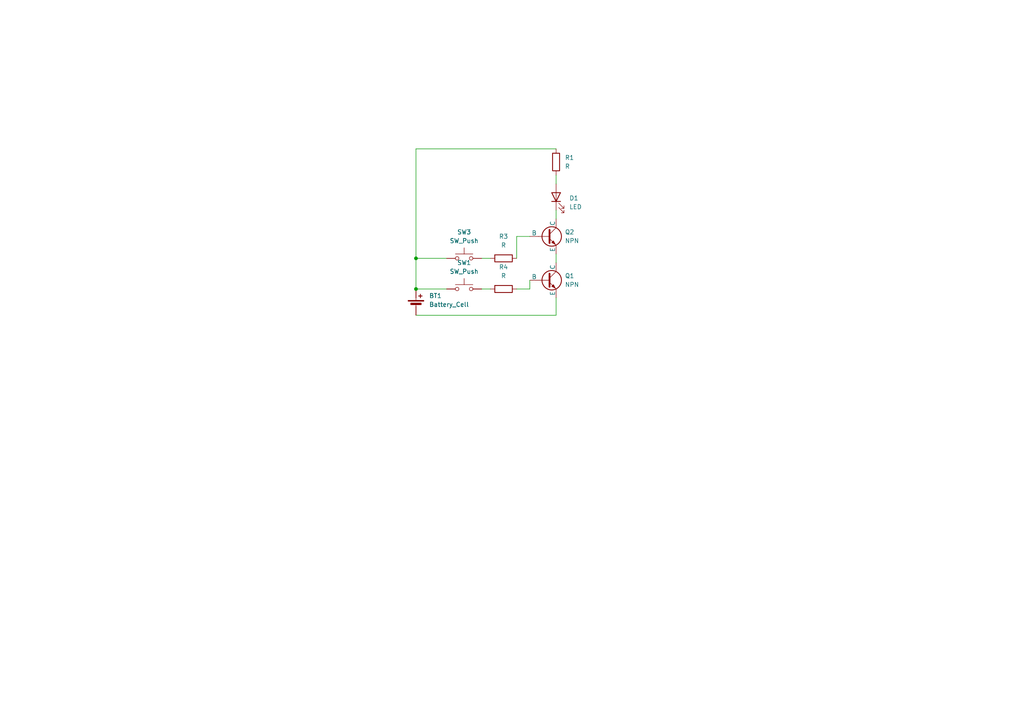
<source format=kicad_sch>
(kicad_sch (version 20250114) (generator "eeschema") (generator_version "9.0")
  (paper "A4")
  (lib_symbols
    (symbol "Device:Battery_Cell" (pin_numbers (hide yes)) (pin_names (offset 0) (hide yes))
      (property "Reference" "BT" (at 2.54 2.54 0))
      (property "Value" "Battery_Cell" (at 2.54 0 0))
      (symbol "Battery_Cell_0_1"
        (rectangle (start -2.286 1.778) (end 2.286 1.524) (fill (type outline)))
        (rectangle (start -1.524 1.016) (end 1.524 0.508) (fill (type outline)))
        (polyline (pts (xy 0 1.778) (xy 0 2.54)))
        (polyline (pts (xy 0 0.762) (xy 0 0)))
        (polyline (pts (xy 0.762 3.048) (xy 1.778 3.048)) (stroke (width 0.254)))
        (polyline (pts (xy 1.27 3.556) (xy 1.27 2.54)) (stroke (width 0.254)))
      )
      (symbol "Battery_Cell_1_1"
        (pin passive line (at 0 5.08 270) (length 2.54) (name "+") (number "1"))
        (pin passive line (at 0 -2.54 90) (length 2.54) (name "-") (number "2"))
      )
    )
    (symbol "Device:LED" (pin_numbers (hide yes)) (pin_names (offset 1.016) (hide yes))
      (property "Reference" "D" (at 0 2.54 0))
      (property "Value" "LED" (at 0 -2.54 0))
      (symbol "LED_0_1"
        (polyline (pts (xy -3.048 -0.762) (xy -4.572 -2.286) (xy -3.81 -2.286) (xy -4.572 -2.286) (xy -4.572 -1.524)))
        (polyline (pts (xy -1.778 -0.762) (xy -3.302 -2.286) (xy -2.54 -2.286) (xy -3.302 -2.286) (xy -3.302 -1.524)))
        (polyline (pts (xy -1.27 0) (xy 1.27 0)))
        (polyline (pts (xy -1.27 -1.27) (xy -1.27 1.27)) (stroke (width 0.254)))
        (polyline (pts (xy 1.27 -1.27) (xy 1.27 1.27) (xy -1.27 0) (xy 1.27 -1.27)) (stroke (width 0.254)))
      )
      (symbol "LED_1_1"
        (pin passive line (at -3.81 0 0) (length 2.54) (name "K") (number "1"))
        (pin passive line (at 3.81 0 180) (length 2.54) (name "A") (number "2"))
      )
    )
    (symbol "Device:R" (pin_numbers (hide yes)) (pin_names (offset 0))
      (property "Reference" "R" (at 2.032 0 90))
      (property "Value" "R" (at 0 0 90))
      (symbol "R_0_1"
        (rectangle (start -1.016 -2.54) (end 1.016 2.54) (stroke (width 0.254)))
      )
      (symbol "R_1_1"
        (pin passive line (at 0 3.81 270) (length 1.27) (name "~") (number "1"))
        (pin passive line (at 0 -3.81 90) (length 1.27) (name "~") (number "2"))
      )
    )
    (symbol "Simulation_SPICE:NPN" (pin_numbers (hide yes)) (pin_names (offset 0))
      (property "Reference" "Q" (at -2.54 7.62 0))
      (property "Value" "NPN" (at -2.54 5.08 0))
      (symbol "NPN_0_1"
        (polyline (pts (xy -2.54 0) (xy 0.635 0)) (stroke (width 0.1524)))
        (polyline (pts (xy 0.635 1.905) (xy 0.635 -1.905) (xy 0.635 -1.905)) (stroke (width 0.508)))
        (polyline (pts (xy 0.635 0.635) (xy 2.54 2.54)))
        (polyline (pts (xy 0.635 -0.635) (xy 2.54 -2.54) (xy 2.54 -2.54)))
        (circle (center 1.27 0) (radius 2.8194) (stroke (width 0.254)))
        (polyline (pts (xy 1.27 -1.778) (xy 1.778 -1.27) (xy 2.286 -2.286) (xy 1.27 -1.778) (xy 1.27 -1.778)) (fill (type outline)))
        (polyline (pts (xy 2.794 -1.27) (xy 2.794 -1.27)) (stroke (width 0.1524)))
        (polyline (pts (xy 2.794 -1.27) (xy 2.794 -1.27)) (stroke (width 0.1524)))
      )
      (symbol "NPN_1_1"
        (pin input line (at -5.08 0 0) (length 2.54) (name "B") (number "2"))
        (pin open_collector line (at 2.54 5.08 270) (length 2.54) (name "C") (number "1"))
        (pin open_emitter line (at 2.54 -5.08 90) (length 2.54) (name "E") (number "3"))
      )
    )
    (symbol "Switch:SW_Push" (pin_numbers (hide yes)) (pin_names (offset 1.016) (hide yes))
      (property "Reference" "SW" (at 1.27 2.54 0))
      (property "Value" "SW_Push" (at 0 -1.524 0))
      (symbol "SW_Push_0_1"
        (circle (center -2.032 0) (radius 0.508))
        (polyline (pts (xy 0 1.27) (xy 0 3.048)))
        (circle (center 2.032 0) (radius 0.508))
        (polyline (pts (xy 2.54 1.27) (xy -2.54 1.27)))
        (pin passive line (at -5.08 0 0) (length 2.54) (name "1") (number "1"))
        (pin passive line (at 5.08 0 180) (length 2.54) (name "2") (number "2"))
      )
    )
  )
  (junction (at 120.65 74.93))
  (junction (at 120.65 83.82))
  (wire (pts (xy 149.86 74.93) (xy 149.86 68.58)))
  (wire (pts (xy 120.65 74.93) (xy 120.65 83.82)))
  (wire (pts (xy 161.29 91.44) (xy 120.65 91.44)))
  (wire (pts (xy 161.29 43.18) (xy 120.65 43.18)))
  (wire (pts (xy 161.29 60.96) (xy 161.29 63.5)))
  (wire (pts (xy 149.86 83.82) (xy 153.67 83.82)))
  (wire (pts (xy 161.29 86.36) (xy 161.29 91.44)))
  (wire (pts (xy 161.29 50.8) (xy 161.29 53.34)))
  (wire (pts (xy 120.65 43.18) (xy 120.65 74.93)))
  (wire (pts (xy 139.7 74.93) (xy 142.24 74.93)))
  (wire (pts (xy 161.29 73.66) (xy 161.29 76.2)))
  (wire (pts (xy 139.7 83.82) (xy 142.24 83.82)))
  (wire (pts (xy 153.67 83.82) (xy 153.67 81.28)))
  (wire (pts (xy 129.54 74.93) (xy 120.65 74.93)))
  (wire (pts (xy 120.65 83.82) (xy 129.54 83.82)))
  (wire (pts (xy 149.86 68.58) (xy 153.67 68.58)))
  (symbol (lib_id "Switch:SW_Push") (at 134.62 83.82 0) (unit 1)
    (property "Reference" "SW1" (at 134.62 76.2 0))
    (property "Value" "SW_Push" (at 134.62 78.74 0))
    (property "Footprint" "Button_Switch_THT:SW_PUSH_6mm" (effects (hide yes)))
    (property "Description" "Push button switch, generic, two pins" (effects (hide yes)))
  )
  (symbol (lib_id "Switch:SW_Push") (at 134.62 74.93 0) (unit 1)
    (property "Reference" "SW3" (at 134.62 67.31 0))
    (property "Value" "SW_Push" (at 134.62 69.85 0))
    (property "Footprint" "Button_Switch_THT:SW_PUSH_6mm" (effects (hide yes)))
    (property "Description" "Push button switch, generic, two pins" (effects (hide yes)))
  )
  (symbol (lib_id "Simulation_SPICE:NPN") (at 158.75 68.58 0) (unit 1)
    (property "Reference" "Q2" (at 163.83 67.3099 0) (effects (justify left)))
    (property "Value" "NPN" (at 163.83 69.8499 0) (effects (justify left)))
    (property "Footprint" "Package_TO_SOT_THT:TO-92L_HandSolder" (effects (hide yes)))
    (property "Datasheet" "https://ngspice.sourceforge.io/docs/ngspice-html-manual/manual.xhtml#cha_BJTs" (effects (hide yes)))
    (property "Description" "Bipolar transistor symbol for simulation only, substrate tied to the emitter" (effects (hide yes)))
    (property "Sim.Device" "NPN" (effects (hide yes)))
    (property "Sim.Type" "GUMMELPOON" (effects (hide yes)))
    (property "Sim.Pins" "1=C 2=B 3=E" (effects (hide yes)))
  )
  (symbol (lib_id "Device:LED") (at 161.29 57.15 90) (unit 1)
    (property "Reference" "D1" (at 165.1 57.4674 90) (effects (justify right)))
    (property "Value" "LED" (at 165.1 60.0074 90) (effects (justify right)))
    (property "Footprint" "LED_THT:LED_D5.0mm" (effects (hide yes)))
    (property "Description" "Light emitting diode" (effects (hide yes)))
    (property "Sim.Pins" "1=K 2=A" (effects (hide yes)))
  )
  (symbol (lib_id "Device:Battery_Cell") (at 120.65 88.9 0) (unit 1)
    (property "Reference" "BT1" (at 124.46 85.7884 0) (effects (justify left)))
    (property "Value" "Battery_Cell" (at 124.46 88.3284 0) (effects (justify left)))
    (property "Footprint" "Battery:BatteryHolder_Keystone_3034_1x20mm" (effects (hide yes)))
    (property "Description" "Single-cell battery" (effects (hide yes)))
  )
  (symbol (lib_id "Simulation_SPICE:NPN") (at 158.75 81.28 0) (unit 1)
    (property "Reference" "Q1" (at 163.83 80.0099 0) (effects (justify left)))
    (property "Value" "NPN" (at 163.83 82.5499 0) (effects (justify left)))
    (property "Footprint" "Package_TO_SOT_THT:TO-92L_HandSolder" (effects (hide yes)))
    (property "Datasheet" "https://ngspice.sourceforge.io/docs/ngspice-html-manual/manual.xhtml#cha_BJTs" (effects (hide yes)))
    (property "Description" "Bipolar transistor symbol for simulation only, substrate tied to the emitter" (effects (hide yes)))
    (property "Sim.Device" "NPN" (effects (hide yes)))
    (property "Sim.Type" "GUMMELPOON" (effects (hide yes)))
    (property "Sim.Pins" "1=C 2=B 3=E" (effects (hide yes)))
  )
  (symbol (lib_id "Device:R") (at 146.05 74.93 90) (unit 1)
    (property "Reference" "R3" (at 146.05 68.58 90))
    (property "Value" "R" (at 146.05 71.12 90))
    (property "Footprint" "Resistor_THT:R_Axial_DIN0207_L6.3mm_D2.5mm_P7.62mm_Horizontal" (effects (hide yes)))
    (property "Description" "Resistor" (effects (hide yes)))
  )
  (symbol (lib_id "Device:R") (at 161.29 46.99 0) (unit 1)
    (property "Reference" "R1" (at 163.83 45.7199 0) (effects (justify left)))
    (property "Value" "R" (at 163.83 48.2599 0) (effects (justify left)))
    (property "Footprint" "Resistor_THT:R_Axial_DIN0207_L6.3mm_D2.5mm_P7.62mm_Horizontal" (effects (hide yes)))
    (property "Description" "Resistor" (effects (hide yes)))
  )
  (symbol (lib_id "Device:R") (at 146.05 83.82 90) (unit 1)
    (property "Reference" "R4" (at 146.05 77.47 90))
    (property "Value" "R" (at 146.05 80.01 90))
    (property "Footprint" "Resistor_THT:R_Axial_DIN0207_L6.3mm_D2.5mm_P7.62mm_Horizontal" (effects (hide yes)))
    (property "Description" "Resistor" (effects (hide yes)))
  )
)
</source>
